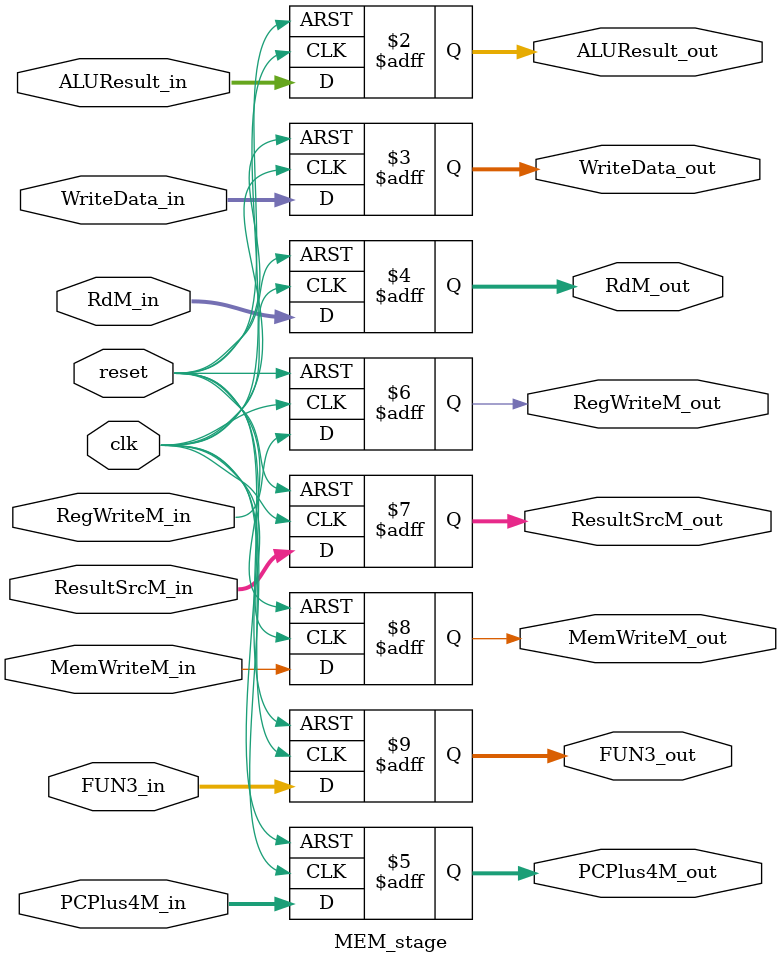
<source format=v>
`default_nettype none
module MEM_stage(
    input wire clk,
    input wire reset,
    input wire [31:0] ALUResult_in,
    input wire [31:0] WriteData_in,
    input wire [4:0] RdM_in,
    input wire [31:0] PCPlus4M_in,
    input wire RegWriteM_in,      // Register write enable
    input wire [1:0] ResultSrcM_in, // Result source
    input wire MemWriteM_in,      // Memory write enable
    input wire [2:0] FUN3_in,
    output reg [31:0] ALUResult_out,
    output reg [31:0] WriteData_out,
    output reg [4:0] RdM_out,
    output reg [31:0] PCPlus4M_out,
    output reg RegWriteM_out,
    output reg [1:0] ResultSrcM_out,
    output reg MemWriteM_out,
    output reg [2:0] FUN3_out
);
    always @(posedge clk or posedge reset) begin
        if (reset) begin
            ALUResult_out <= 32'b0;
            WriteData_out <= 32'b0;
            RdM_out <= 5'b0;        // Corrected to 5-bit
            PCPlus4M_out <= 32'b0;
            RegWriteM_out <= 1'b0;
            ResultSrcM_out <= 2'b0;
            MemWriteM_out <= 1'b0;
            FUN3_out <= 3'b0;
        end
        else begin
            ALUResult_out <= ALUResult_in;
            WriteData_out <= WriteData_in;
            RdM_out <= RdM_in;
            PCPlus4M_out <= PCPlus4M_in;
            RegWriteM_out <= RegWriteM_in;
            ResultSrcM_out <= ResultSrcM_in;
            MemWriteM_out <= MemWriteM_in;
            FUN3_out <= FUN3_in;
        end
    end
endmodule
</source>
